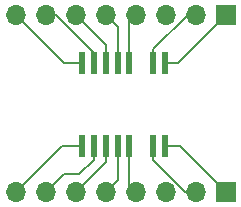
<source format=gbr>
%TF.GenerationSoftware,KiCad,Pcbnew,8.0.4*%
%TF.CreationDate,2024-07-28T12:52:59-07:00*%
%TF.ProjectId,pace 5268ac,70616365-2035-4323-9638-61632e6b6963,rev?*%
%TF.SameCoordinates,Original*%
%TF.FileFunction,Copper,L2,Bot*%
%TF.FilePolarity,Positive*%
%FSLAX46Y46*%
G04 Gerber Fmt 4.6, Leading zero omitted, Abs format (unit mm)*
G04 Created by KiCad (PCBNEW 8.0.4) date 2024-07-28 12:52:59*
%MOMM*%
%LPD*%
G01*
G04 APERTURE LIST*
%TA.AperFunction,ComponentPad*%
%ADD10O,1.700000X1.700000*%
%TD*%
%TA.AperFunction,ComponentPad*%
%ADD11R,1.700000X1.700000*%
%TD*%
%TA.AperFunction,SMDPad,CuDef*%
%ADD12R,0.610000X1.880000*%
%TD*%
%TA.AperFunction,Conductor*%
%ADD13C,0.200000*%
%TD*%
G04 APERTURE END LIST*
D10*
%TO.P,J2,8,Pin_8*%
%TO.N,Net-(J2-Pin_8)*%
X95142000Y-102376000D03*
%TO.P,J2,7,Pin_7*%
%TO.N,Net-(J2-Pin_7)*%
X97682000Y-102376000D03*
%TO.P,J2,6,Pin_6*%
%TO.N,Net-(J2-Pin_6)*%
X100222000Y-102376000D03*
%TO.P,J2,5,Pin_5*%
%TO.N,Net-(J2-Pin_5)*%
X102762000Y-102376000D03*
%TO.P,J2,4,Pin_4*%
%TO.N,Net-(J2-Pin_4)*%
X105302000Y-102376000D03*
%TO.P,J2,3,Pin_3*%
%TO.N,unconnected-(J2-Pin_3-Pad3)*%
X107842000Y-102376000D03*
%TO.P,J2,2,Pin_2*%
%TO.N,Net-(J2-Pin_2)*%
X110382000Y-102376000D03*
D11*
%TO.P,J2,1,Pin_1*%
%TO.N,Net-(J2-Pin_1)*%
X112922000Y-102376000D03*
%TD*%
D10*
%TO.P,J1,8,Pin_8*%
%TO.N,Net-(J1-Pin_8)*%
X95142000Y-87376000D03*
%TO.P,J1,7,Pin_7*%
%TO.N,Net-(J1-Pin_7)*%
X97682000Y-87376000D03*
%TO.P,J1,6,Pin_6*%
%TO.N,Net-(J1-Pin_6)*%
X100222000Y-87376000D03*
%TO.P,J1,5,Pin_5*%
%TO.N,Net-(J1-Pin_5)*%
X102762000Y-87376000D03*
%TO.P,J1,4,Pin_4*%
%TO.N,Net-(J1-Pin_4)*%
X105302000Y-87376000D03*
%TO.P,J1,3,Pin_3*%
%TO.N,unconnected-(J1-Pin_3-Pad3)*%
X107842000Y-87376000D03*
%TO.P,J1,2,Pin_2*%
%TO.N,Net-(J1-Pin_2)*%
X110382000Y-87376000D03*
D11*
%TO.P,J1,1,Pin_1*%
%TO.N,Net-(J1-Pin_1)*%
X112922000Y-87376000D03*
%TD*%
D12*
%TO.P,J0,16,16*%
%TO.N,Net-(J1-Pin_8)*%
X100764500Y-91433500D03*
%TO.P,J0,15,15*%
%TO.N,Net-(J2-Pin_8)*%
X100764500Y-98494500D03*
%TO.P,J0,14,14*%
%TO.N,Net-(J1-Pin_7)*%
X101764500Y-91433500D03*
%TO.P,J0,13,13*%
%TO.N,Net-(J2-Pin_7)*%
X101764500Y-98494500D03*
%TO.P,J0,12,12*%
%TO.N,Net-(J1-Pin_6)*%
X102764500Y-91433500D03*
%TO.P,J0,11,11*%
%TO.N,Net-(J2-Pin_6)*%
X102764500Y-98494500D03*
%TO.P,J0,10,10*%
%TO.N,Net-(J1-Pin_5)*%
X103764500Y-91433500D03*
%TO.P,J0,9,9*%
%TO.N,Net-(J2-Pin_5)*%
X103764500Y-98494500D03*
%TO.P,J0,8,8*%
%TO.N,Net-(J1-Pin_4)*%
X104764500Y-91433500D03*
%TO.P,J0,7,7*%
%TO.N,Net-(J2-Pin_4)*%
X104764500Y-98494500D03*
%TO.P,J0,4,4*%
%TO.N,Net-(J1-Pin_2)*%
X106764500Y-91433500D03*
%TO.P,J0,3,3*%
%TO.N,Net-(J2-Pin_2)*%
X106764500Y-98494500D03*
%TO.P,J0,2,2*%
%TO.N,Net-(J1-Pin_1)*%
X107764500Y-91433500D03*
%TO.P,J0,1,1*%
%TO.N,Net-(J2-Pin_1)*%
X107764500Y-98494500D03*
%TD*%
D13*
%TO.N,Net-(J2-Pin_6)*%
X102764500Y-98494500D02*
X102764500Y-99833500D01*
X102764500Y-99833500D02*
X100222000Y-102376000D01*
%TO.N,Net-(J1-Pin_4)*%
X104764500Y-91433500D02*
X104764500Y-87913500D01*
X104764500Y-87913500D02*
X105302000Y-87376000D01*
%TO.N,Net-(J1-Pin_1)*%
X107764500Y-91433500D02*
X108864500Y-91433500D01*
X108864500Y-91433500D02*
X112922000Y-87376000D01*
%TO.N,Net-(J2-Pin_8)*%
X100764500Y-98494500D02*
X99023500Y-98494500D01*
X99023500Y-98494500D02*
X95142000Y-102376000D01*
%TO.N,Net-(J2-Pin_7)*%
X99182000Y-100876000D02*
X97682000Y-102376000D01*
X101764500Y-99634500D02*
X100523000Y-100876000D01*
X100523000Y-100876000D02*
X99182000Y-100876000D01*
X101764500Y-98494500D02*
X101764500Y-99634500D01*
%TO.N,Net-(J1-Pin_2)*%
X106764500Y-91433500D02*
X106764500Y-90293500D01*
X109682000Y-87376000D02*
X110382000Y-87376000D01*
X106764500Y-90293500D02*
X109682000Y-87376000D01*
%TO.N,Net-(J1-Pin_7)*%
X98552000Y-87376000D02*
X97682000Y-87376000D01*
X101764500Y-90588500D02*
X98552000Y-87376000D01*
X101764500Y-91433500D02*
X101764500Y-90588500D01*
%TO.N,Net-(J1-Pin_5)*%
X103764500Y-88378500D02*
X102762000Y-87376000D01*
X103764500Y-91433500D02*
X103764500Y-88378500D01*
%TO.N,Net-(J2-Pin_1)*%
X109040500Y-98494500D02*
X112922000Y-102376000D01*
X107764500Y-98494500D02*
X109040500Y-98494500D01*
%TO.N,Net-(J2-Pin_5)*%
X103764500Y-101373500D02*
X102762000Y-102376000D01*
X103764500Y-98494500D02*
X103764500Y-101373500D01*
%TO.N,Net-(J2-Pin_2)*%
X109506000Y-102376000D02*
X110382000Y-102376000D01*
X106764500Y-98494500D02*
X106764500Y-99634500D01*
X106764500Y-99634500D02*
X109506000Y-102376000D01*
%TO.N,Net-(J1-Pin_6)*%
X102764500Y-91433500D02*
X102764500Y-89918500D01*
X102764500Y-89918500D02*
X100222000Y-87376000D01*
%TO.N,Net-(J1-Pin_8)*%
X100764500Y-91433500D02*
X99199500Y-91433500D01*
X99199500Y-91433500D02*
X95142000Y-87376000D01*
%TO.N,Net-(J2-Pin_4)*%
X104764500Y-98494500D02*
X104764500Y-101838500D01*
X104764500Y-101838500D02*
X105302000Y-102376000D01*
%TD*%
M02*

</source>
